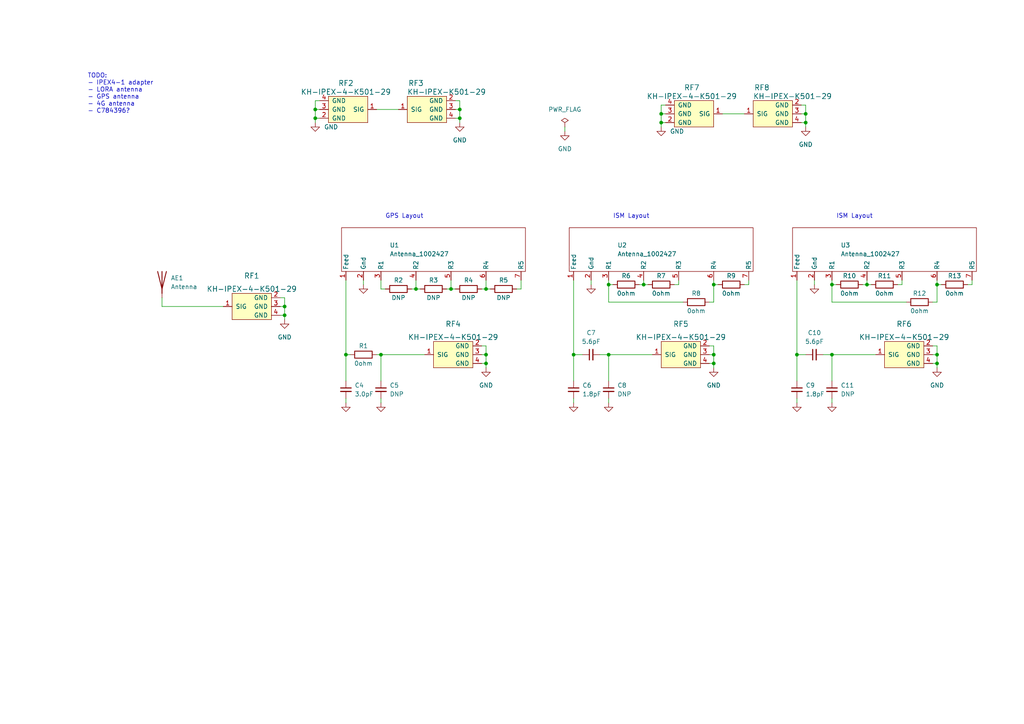
<source format=kicad_sch>
(kicad_sch (version 20211123) (generator eeschema)
  (paper "A4")
  (lib_symbols
    (symbol "Device:Antenna" (pin_numbers hide) (pin_names (offset 1.016) hide)
      (property "Reference" "AE" (at -1.905 1.905 0))
      (property "Value" "Antenna" (at -1.905 0 0))
      (symbol "Antenna_0_1"
        (polyline (pts (xy 0 2.54) (xy 0 -3.81)) (stroke (width 0.254)))
        (polyline (pts (xy 1.27 2.54) (xy 0 -2.54) (xy -1.27 2.54)) (stroke (width 0.254)))
      )
      (symbol "Antenna_1_1"
        (pin input line (at 0 -5.08 90) (length 2.54) (name "A") (number "1"))
      )
    )
    (symbol "Device:C_Small" (pin_numbers hide) (pin_names (offset 0.254) hide)
      (property "Reference" "C" (at 0.254 1.778 0))
      (property "Value" "C_Small" (at 0.254 -2.032 0))
      (symbol "C_Small_0_1"
        (polyline (pts (xy -1.524 -0.508) (xy 1.524 -0.508)) (stroke (width 0.3302)))
        (polyline (pts (xy -1.524 0.508) (xy 1.524 0.508)) (stroke (width 0.3048)))
      )
      (symbol "C_Small_1_1"
        (pin passive line (at 0 2.54 270) (length 2.032) (name "~") (number "1"))
        (pin passive line (at 0 -2.54 90) (length 2.032) (name "~") (number "2"))
      )
    )
    (symbol "Device:R" (pin_numbers hide) (pin_names (offset 0))
      (property "Reference" "R" (at 2.032 0 90))
      (property "Value" "R" (at 0 0 90))
      (symbol "R_0_1"
        (rectangle (start -1.016 -2.54) (end 1.016 2.54) (stroke (width 0.254)))
      )
      (symbol "R_1_1"
        (pin passive line (at 0 3.81 270) (length 1.27) (name "~") (number "1"))
        (pin passive line (at 0 -3.81 90) (length 1.27) (name "~") (number "2"))
      )
    )
    (symbol "KH-IPEX-4-K501-29_1" (pin_names (offset 1.016))
      (property "Reference" "RF?" (at 0 17.78 0))
      (property "Value" "KH-IPEX-4-K501-29_1" (at 0 -12.7 0))
      (symbol "KH-IPEX-4-K501-29_1_1_1"
        (rectangle (start -6.35 3.81) (end 5.08 -3.81) (fill (type background)))
        (pin passive line (at -8.89 0 0) (length 2.54) (name "SIG") (number "1"))
        (pin passive line (at 7.62 2.54 180) (length 2.54) (name "GND") (number "2"))
        (pin passive line (at 7.62 0 180) (length 2.54) (name "GND") (number "3"))
        (pin passive line (at 7.62 -2.54 180) (length 2.54) (name "GND") (number "4"))
      )
    )
    (symbol "KH-IPEX-4-K501-29_2" (pin_names (offset 1.016))
      (property "Reference" "RF?" (at 0 17.78 0))
      (property "Value" "KH-IPEX-4-K501-29_2" (at 0 -12.7 0))
      (symbol "KH-IPEX-4-K501-29_2_1_1"
        (rectangle (start -6.35 3.81) (end 5.08 -3.81) (fill (type background)))
        (pin passive line (at -8.89 0 0) (length 2.54) (name "SIG") (number "1"))
        (pin passive line (at 7.62 2.54 180) (length 2.54) (name "GND") (number "2"))
        (pin passive line (at 7.62 0 180) (length 2.54) (name "GND") (number "3"))
        (pin passive line (at 7.62 -2.54 180) (length 2.54) (name "GND") (number "4"))
      )
    )
    (symbol "KH-IPEX-4-K501-29_3" (pin_names (offset 1.016))
      (property "Reference" "RF?" (at 0 17.78 0))
      (property "Value" "KH-IPEX-4-K501-29_3" (at 0 -12.7 0))
      (symbol "KH-IPEX-4-K501-29_3_1_1"
        (rectangle (start -6.35 3.81) (end 5.08 -3.81) (fill (type background)))
        (pin passive line (at -8.89 0 0) (length 2.54) (name "SIG") (number "1"))
        (pin passive line (at 7.62 2.54 180) (length 2.54) (name "GND") (number "2"))
        (pin passive line (at 7.62 0 180) (length 2.54) (name "GND") (number "3"))
        (pin passive line (at 7.62 -2.54 180) (length 2.54) (name "GND") (number "4"))
      )
    )
    (symbol "KH-IPEX-4-K501-29_4" (pin_names (offset 1.016))
      (property "Reference" "RF?" (at 0 17.78 0))
      (property "Value" "KH-IPEX-4-K501-29_4" (at 0 -12.7 0))
      (symbol "KH-IPEX-4-K501-29_4_1_1"
        (rectangle (start -6.35 3.81) (end 5.08 -3.81) (fill (type background)))
        (pin passive line (at -8.89 0 0) (length 2.54) (name "SIG") (number "1"))
        (pin passive line (at 7.62 2.54 180) (length 2.54) (name "GND") (number "2"))
        (pin passive line (at 7.62 0 180) (length 2.54) (name "GND") (number "3"))
        (pin passive line (at 7.62 -2.54 180) (length 2.54) (name "GND") (number "4"))
      )
    )
    (symbol "cacophony-symbols:Antenna_1002427"
      (property "Reference" "U" (at 0 11.43 0))
      (property "Value" "Antenna_1002427" (at 0 8.89 0))
      (symbol "Antenna_1002427_0_1"
        (rectangle (start -6.35 6.35) (end 46.99 -6.35))
      )
      (symbol "Antenna_1002427_1_1"
        (pin passive line (at -5.08 -8.89 90) (length 2.54) (name "Feed") (number "1"))
        (pin passive line (at 0 -8.89 90) (length 2.54) (name "Gnd") (number "2"))
        (pin passive line (at 5.08 -8.89 90) (length 2.54) (name "R1") (number "3"))
        (pin passive line (at 15.24 -8.89 90) (length 2.54) (name "R2") (number "4"))
        (pin passive line (at 25.4 -8.89 90) (length 2.54) (name "R3") (number "5"))
        (pin passive line (at 35.56 -8.89 90) (length 2.54) (name "R4") (number "6"))
        (pin passive line (at 45.72 -8.89 90) (length 2.54) (name "R5") (number "7"))
      )
    )
    (symbol "cacophony-symbols:KH-IPEX-4-K501-29" (pin_names (offset 1.016))
      (property "Reference" "RF?" (at 0 17.78 0))
      (property "Value" "KH-IPEX-4-K501-29" (at 0 -12.7 0))
      (symbol "KH-IPEX-4-K501-29_1_1"
        (rectangle (start -6.35 3.81) (end 5.08 -3.81) (fill (type background)))
        (pin passive line (at -8.89 0 0) (length 2.54) (name "SIG") (number "1"))
        (pin passive line (at 7.62 2.54 180) (length 2.54) (name "GND") (number "2"))
        (pin passive line (at 7.62 0 180) (length 2.54) (name "GND") (number "3"))
        (pin passive line (at 7.62 -2.54 180) (length 2.54) (name "GND") (number "4"))
      )
    )
    (symbol "cacophony-symbols:KH-IPEX-K501-29" (pin_names (offset 1.016))
      (property "Reference" "RF?" (at 0 17.78 0))
      (property "Value" "KH-IPEX-K501-29" (at 0 -12.7 0))
      (symbol "KH-IPEX-K501-29_1_1"
        (rectangle (start -6.35 3.81) (end 5.08 -3.81) (fill (type background)))
        (pin passive line (at -8.89 0 0) (length 2.54) (name "SIG") (number "1"))
        (pin passive line (at 7.62 2.54 180) (length 2.54) (name "GND") (number "2"))
        (pin passive line (at 7.62 0 180) (length 2.54) (name "GND") (number "3"))
        (pin passive line (at 7.62 -2.54 180) (length 2.54) (name "GND") (number "4"))
      )
    )
    (symbol "power:GND" (power) (pin_names (offset 0))
      (property "Value" "GND" (at 0 -3.81 0))
      (symbol "GND_0_1"
        (polyline (pts (xy 0 0) (xy 0 -1.27) (xy 1.27 -1.27) (xy 0 -2.54) (xy -1.27 -1.27) (xy 0 -1.27)))
      )
      (symbol "GND_1_1"
        (pin power_in line (at 0 0 270) (length 0) hide (name "GND") (number "1"))
      )
    )
    (symbol "power:PWR_FLAG" (power) (pin_numbers hide) (pin_names (offset 0) hide)
      (property "Value" "PWR_FLAG" (at 0 3.81 0))
      (symbol "PWR_FLAG_0_0"
        (pin power_out line (at 0 0 90) (length 0) (name "pwr") (number "1"))
      )
      (symbol "PWR_FLAG_0_1"
        (polyline (pts (xy 0 0) (xy 0 1.27) (xy -1.016 1.905) (xy 0 2.54) (xy 1.016 1.905) (xy 0 1.27)))
      )
    )
  )
  (junction (at 241.3 102.87))
  (junction (at 133.35 31.75))
  (junction (at 110.49 102.87))
  (junction (at 120.65 83.82))
  (junction (at 207.01 82.55))
  (junction (at 271.78 105.41))
  (junction (at 191.77 35.56))
  (junction (at 91.44 31.75))
  (junction (at 176.53 82.55))
  (junction (at 251.46 82.55))
  (junction (at 133.35 34.29))
  (junction (at 207.01 102.87))
  (junction (at 91.44 34.29))
  (junction (at 82.55 88.9))
  (junction (at 231.14 102.87))
  (junction (at 233.68 33.02))
  (junction (at 271.78 102.87))
  (junction (at 100.33 102.87))
  (junction (at 140.97 105.41))
  (junction (at 271.78 82.55))
  (junction (at 82.55 91.44))
  (junction (at 176.53 102.87))
  (junction (at 140.97 83.82))
  (junction (at 166.37 102.87))
  (junction (at 140.97 102.87))
  (junction (at 186.69 82.55))
  (junction (at 241.3 82.55))
  (junction (at 233.68 35.56))
  (junction (at 207.01 105.41))
  (junction (at 130.81 83.82))
  (junction (at 191.77 33.02))
  (wire (pts (xy 241.3 87.63) (xy 241.3 82.55)))
  (wire (pts (xy 207.01 100.33) (xy 205.74 100.33)))
  (wire (pts (xy 109.22 102.87) (xy 110.49 102.87)))
  (wire (pts (xy 191.77 33.02) (xy 193.04 33.02)))
  (wire (pts (xy 140.97 105.41) (xy 140.97 102.87)))
  (wire (pts (xy 105.41 81.28) (xy 105.41 82.55)))
  (wire (pts (xy 186.69 82.55) (xy 187.96 82.55)))
  (wire (pts (xy 110.49 102.87) (xy 110.49 110.49)))
  (wire (pts (xy 271.78 81.28) (xy 271.78 82.55)))
  (wire (pts (xy 271.78 102.87) (xy 270.51 102.87)))
  (wire (pts (xy 209.55 33.02) (xy 215.9 33.02)))
  (wire (pts (xy 241.3 115.57) (xy 241.3 116.84)))
  (wire (pts (xy 82.55 91.44) (xy 82.55 88.9)))
  (wire (pts (xy 271.78 105.41) (xy 270.51 105.41)))
  (wire (pts (xy 241.3 102.87) (xy 254 102.87)))
  (wire (pts (xy 140.97 106.68) (xy 140.97 105.41)))
  (wire (pts (xy 91.44 31.75) (xy 91.44 34.29)))
  (wire (pts (xy 82.55 88.9) (xy 81.28 88.9)))
  (wire (pts (xy 140.97 83.82) (xy 142.24 83.82)))
  (wire (pts (xy 82.55 92.71) (xy 82.55 91.44)))
  (wire (pts (xy 166.37 102.87) (xy 166.37 110.49)))
  (wire (pts (xy 140.97 105.41) (xy 139.7 105.41)))
  (wire (pts (xy 271.78 82.55) (xy 271.78 87.63)))
  (wire (pts (xy 176.53 82.55) (xy 176.53 81.28)))
  (wire (pts (xy 261.62 81.28) (xy 261.62 82.55)))
  (wire (pts (xy 140.97 100.33) (xy 139.7 100.33)))
  (wire (pts (xy 281.94 82.55) (xy 280.67 82.55)))
  (wire (pts (xy 207.01 102.87) (xy 207.01 100.33)))
  (wire (pts (xy 133.35 31.75) (xy 132.08 31.75)))
  (wire (pts (xy 120.65 83.82) (xy 121.92 83.82)))
  (wire (pts (xy 133.35 31.75) (xy 133.35 29.21)))
  (wire (pts (xy 271.78 82.55) (xy 273.05 82.55)))
  (wire (pts (xy 133.35 29.21) (xy 132.08 29.21)))
  (wire (pts (xy 120.65 81.28) (xy 120.65 83.82)))
  (wire (pts (xy 233.68 33.02) (xy 232.41 33.02)))
  (wire (pts (xy 151.13 83.82) (xy 151.13 81.28)))
  (wire (pts (xy 91.44 29.21) (xy 92.71 29.21)))
  (wire (pts (xy 140.97 102.87) (xy 140.97 100.33)))
  (wire (pts (xy 205.74 87.63) (xy 207.01 87.63)))
  (wire (pts (xy 100.33 102.87) (xy 100.33 110.49)))
  (wire (pts (xy 110.49 81.28) (xy 110.49 83.82)))
  (wire (pts (xy 91.44 34.29) (xy 92.71 34.29)))
  (wire (pts (xy 133.35 34.29) (xy 132.08 34.29)))
  (wire (pts (xy 242.57 82.55) (xy 241.3 82.55)))
  (wire (pts (xy 207.01 105.41) (xy 207.01 102.87)))
  (wire (pts (xy 271.78 102.87) (xy 271.78 100.33)))
  (wire (pts (xy 111.76 83.82) (xy 110.49 83.82)))
  (wire (pts (xy 163.83 36.83) (xy 163.83 38.1)))
  (wire (pts (xy 166.37 102.87) (xy 168.91 102.87)))
  (wire (pts (xy 191.77 33.02) (xy 191.77 35.56)))
  (wire (pts (xy 191.77 30.48) (xy 193.04 30.48)))
  (wire (pts (xy 233.68 30.48) (xy 232.41 30.48)))
  (wire (pts (xy 177.8 82.55) (xy 176.53 82.55)))
  (wire (pts (xy 217.17 81.28) (xy 217.17 82.55)))
  (wire (pts (xy 231.14 102.87) (xy 231.14 110.49)))
  (wire (pts (xy 207.01 81.28) (xy 207.01 82.55)))
  (wire (pts (xy 100.33 102.87) (xy 101.6 102.87)))
  (wire (pts (xy 231.14 81.28) (xy 231.14 102.87)))
  (wire (pts (xy 129.54 83.82) (xy 130.81 83.82)))
  (wire (pts (xy 196.85 81.28) (xy 196.85 82.55)))
  (wire (pts (xy 100.33 115.57) (xy 100.33 116.84)))
  (wire (pts (xy 91.44 34.29) (xy 91.44 35.56)))
  (wire (pts (xy 207.01 82.55) (xy 207.01 87.63)))
  (wire (pts (xy 171.45 81.28) (xy 171.45 82.55)))
  (wire (pts (xy 207.01 82.55) (xy 208.28 82.55)))
  (wire (pts (xy 231.14 115.57) (xy 231.14 116.84)))
  (wire (pts (xy 139.7 83.82) (xy 140.97 83.82)))
  (wire (pts (xy 64.77 88.9) (xy 46.99 88.9)))
  (wire (pts (xy 82.55 88.9) (xy 82.55 86.36)))
  (wire (pts (xy 233.68 35.56) (xy 233.68 33.02)))
  (wire (pts (xy 110.49 115.57) (xy 110.49 116.84)))
  (wire (pts (xy 198.12 87.63) (xy 176.53 87.63)))
  (wire (pts (xy 185.42 82.55) (xy 186.69 82.55)))
  (wire (pts (xy 262.89 87.63) (xy 241.3 87.63)))
  (wire (pts (xy 140.97 102.87) (xy 139.7 102.87)))
  (wire (pts (xy 281.94 81.28) (xy 281.94 82.55)))
  (wire (pts (xy 186.69 81.28) (xy 186.69 82.55)))
  (wire (pts (xy 250.19 82.55) (xy 251.46 82.55)))
  (wire (pts (xy 271.78 105.41) (xy 271.78 102.87)))
  (wire (pts (xy 140.97 81.28) (xy 140.97 83.82)))
  (wire (pts (xy 119.38 83.82) (xy 120.65 83.82)))
  (wire (pts (xy 271.78 106.68) (xy 271.78 105.41)))
  (wire (pts (xy 241.3 102.87) (xy 241.3 110.49)))
  (wire (pts (xy 195.58 82.55) (xy 196.85 82.55)))
  (wire (pts (xy 251.46 82.55) (xy 252.73 82.55)))
  (wire (pts (xy 46.99 88.9) (xy 46.99 86.36)))
  (wire (pts (xy 82.55 86.36) (xy 81.28 86.36)))
  (wire (pts (xy 260.35 82.55) (xy 261.62 82.55)))
  (wire (pts (xy 130.81 81.28) (xy 130.81 83.82)))
  (wire (pts (xy 173.99 102.87) (xy 176.53 102.87)))
  (wire (pts (xy 191.77 35.56) (xy 193.04 35.56)))
  (wire (pts (xy 233.68 36.83) (xy 233.68 35.56)))
  (wire (pts (xy 251.46 81.28) (xy 251.46 82.55)))
  (wire (pts (xy 241.3 82.55) (xy 241.3 81.28)))
  (wire (pts (xy 233.68 33.02) (xy 233.68 30.48)))
  (wire (pts (xy 176.53 115.57) (xy 176.53 116.84)))
  (wire (pts (xy 110.49 102.87) (xy 123.19 102.87)))
  (wire (pts (xy 166.37 81.28) (xy 166.37 102.87)))
  (wire (pts (xy 233.68 35.56) (xy 232.41 35.56)))
  (wire (pts (xy 238.76 102.87) (xy 241.3 102.87)))
  (wire (pts (xy 133.35 34.29) (xy 133.35 31.75)))
  (wire (pts (xy 207.01 105.41) (xy 205.74 105.41)))
  (wire (pts (xy 130.81 83.82) (xy 132.08 83.82)))
  (wire (pts (xy 191.77 30.48) (xy 191.77 33.02)))
  (wire (pts (xy 100.33 81.28) (xy 100.33 102.87)))
  (wire (pts (xy 166.37 115.57) (xy 166.37 116.84)))
  (wire (pts (xy 91.44 29.21) (xy 91.44 31.75)))
  (wire (pts (xy 133.35 35.56) (xy 133.35 34.29)))
  (wire (pts (xy 176.53 87.63) (xy 176.53 82.55)))
  (wire (pts (xy 231.14 102.87) (xy 233.68 102.87)))
  (wire (pts (xy 109.22 31.75) (xy 115.57 31.75)))
  (wire (pts (xy 207.01 106.68) (xy 207.01 105.41)))
  (wire (pts (xy 207.01 102.87) (xy 205.74 102.87)))
  (wire (pts (xy 191.77 35.56) (xy 191.77 36.83)))
  (wire (pts (xy 176.53 102.87) (xy 189.23 102.87)))
  (wire (pts (xy 91.44 31.75) (xy 92.71 31.75)))
  (wire (pts (xy 82.55 91.44) (xy 81.28 91.44)))
  (wire (pts (xy 270.51 87.63) (xy 271.78 87.63)))
  (wire (pts (xy 176.53 102.87) (xy 176.53 110.49)))
  (wire (pts (xy 271.78 100.33) (xy 270.51 100.33)))
  (wire (pts (xy 149.86 83.82) (xy 151.13 83.82)))
  (wire (pts (xy 217.17 82.55) (xy 215.9 82.55)))
  (wire (pts (xy 236.22 81.28) (xy 236.22 82.55)))
  (text "ISM Layout" (at 177.8 63.5 0) (effects (font (size 1.27 1.27)) (justify left bottom)))
  (text "ISM Layout" (at 242.57 63.5 0) (effects (font (size 1.27 1.27)) (justify left bottom)))
  (text "GPS Layout" (at 111.76 63.5 0) (effects (font (size 1.27 1.27)) (justify left bottom)))
  (text "TODO:\n- IPEX4-1 adapter\n- LORA antenna\n- GPS antenna\n- 4G antenna\n- C784396?\n" (at 25.4 33.02 0) (effects (font (size 1.27 1.27)) (justify left bottom)))
  (symbol (lib_id "Device:R") (at 135.89 83.82 90) (unit 1)
    (property "Reference" "R4" (at 135.89 81.28 90))
    (property "Value" "DNP" (at 135.89 86.36 90))
    (property "Footprint" "Resistor_SMD:R_0402_1005Metric" (effects hide))
  )
  (symbol (lib_id "power:GND") (at 100.33 116.84 0) (unit 1)
    (property "Reference" "#PWR0105" (effects hide))
    (property "Value" "GND" (effects hide))
  )
  (symbol (lib_name "KH-IPEX-4-K501-29_1") (lib_id "cacophony-symbols:KH-IPEX-4-K501-29") (at 200.66 33.02 180) (unit 1)
    (property "Reference" "RF7" (at 200.66 25.4 0) (effects (font (size 1.524 1.524))))
    (property "Value" "KH-IPEX-4-K501-29" (at 200.66 27.94 0) (effects (font (size 1.524 1.524))))
    (property "Footprint" "cacophony-footprints:IPEX4-SMD_4P-L1.8-W1.7-LS2.0-L_KH-IPEX4-2020" (effects hide))
    (property "Datasheet" "https://lcsc.com/product-detail/RF-Connectors-Coaxial-Connectors_Shenzhen-Kinghelm-Elec-KH-IPEX-K501-29_C411563.html" (effects hide))
    (property "Manufacturer" "Shenzhen Kinghelm Elec" (effects hide))
    (property "LCSC" "C530666" (effects hide))
    (property "JLC Part" "Extended Part" (effects hide))
  )
  (symbol (lib_id "Device:R") (at 266.7 87.63 90) (unit 1)
    (property "Reference" "R12" (at 266.7 85.09 90))
    (property "Value" "0ohm" (at 266.7 90.17 90))
    (property "Footprint" "Resistor_SMD:R_0402_1005Metric" (effects hide))
    (property "LCSC" "C17168" (effects hide))
  )
  (symbol (lib_id "Device:C_Small") (at 236.22 102.87 90) (unit 1)
    (property "Reference" "C10" (at 236.2263 96.52 90))
    (property "Value" "5.6pF" (at 236.2263 99.06 90))
    (property "Footprint" "Capacitor_SMD:C_0402_1005Metric" (effects hide))
    (property "LCSC" "C384671" (effects hide))
  )
  (symbol (lib_id "power:GND") (at 91.44 35.56 0) (unit 1)
    (property "Reference" "#PWR0115" (effects hide))
    (property "Value" "GND" (at 93.98 36.8299 0) (effects (justify left)))
  )
  (symbol (lib_id "cacophony-symbols:Antenna_1002427") (at 171.45 72.39 0) (unit 1)
    (property "Reference" "U2" (at 179.07 71.1199 0) (effects (justify left)))
    (property "Value" "Antenna_1002427" (at 179.07 73.6599 0) (effects (justify left)))
    (property "Footprint" "cacophony-footprints:ANTENNA_1002427_ISM" (effects hide))
    (property "Datasheet" "https://www.kyocera-avx.com/docs/techinfo/ApplicationNotes/Antenna-AppNotes/AVX-E_AppNote-1002427.pdf" (effects hide))
  )
  (symbol (lib_id "power:GND") (at 171.45 82.55 0) (unit 1)
    (property "Reference" "#PWR0103" (effects hide))
    (property "Value" "GND" (effects hide))
  )
  (symbol (lib_id "power:GND") (at 133.35 35.56 0) (unit 1)
    (property "Reference" "#PWR0114" (effects hide))
    (property "Value" "GND" (at 133.35 40.64 0))
  )
  (symbol (lib_id "Device:R") (at 181.61 82.55 90) (unit 1)
    (property "Reference" "R6" (at 181.61 80.01 90))
    (property "Value" "0ohm" (at 181.61 85.09 90))
    (property "Footprint" "Resistor_SMD:R_0402_1005Metric" (effects hide))
    (property "LCSC" "C17168" (effects hide))
  )
  (symbol (lib_id "power:GND") (at 163.83 38.1 0) (unit 1)
    (property "Reference" "#PWR0116" (effects hide))
    (property "Value" "GND" (at 163.83 43.18 0))
  )
  (symbol (lib_id "Device:C_Small") (at 231.14 113.03 0) (unit 1)
    (property "Reference" "C9" (at 233.68 111.7662 0) (effects (justify left)))
    (property "Value" "1.8pF" (at 233.68 114.3062 0) (effects (justify left)))
    (property "Footprint" "Capacitor_SMD:C_0402_1005Metric" (effects hide))
    (property "LCSC" "C76903" (effects hide))
  )
  (symbol (lib_name "KH-IPEX-4-K501-29_4") (lib_id "cacophony-symbols:KH-IPEX-4-K501-29") (at 198.12 102.87 0) (unit 1)
    (property "Reference" "RF5" (at 197.485 93.98 0) (effects (font (size 1.524 1.524))))
    (property "Value" "KH-IPEX-4-K501-29" (at 197.485 97.79 0) (effects (font (size 1.524 1.524))))
    (property "Footprint" "cacophony-footprints:IPEX4-SMD_4P-L1.8-W1.7-LS2.0-L_KH-IPEX4-2020" (effects hide))
    (property "Datasheet" "https://lcsc.com/product-detail/RF-Connectors-Coaxial-Connectors_Shenzhen-Kinghelm-Elec-KH-IPEX-K501-29_C411563.html" (effects hide))
    (property "Manufacturer" "Shenzhen Kinghelm Elec" (effects hide))
    (property "LCSC" "C530666" (effects hide))
    (property "JLC Part" "Extended Part" (effects hide))
  )
  (symbol (lib_id "power:GND") (at 231.14 116.84 0) (unit 1)
    (property "Reference" "#PWR0110" (effects hide))
    (property "Value" "GND" (effects hide))
  )
  (symbol (lib_id "Device:C_Small") (at 166.37 113.03 0) (unit 1)
    (property "Reference" "C6" (at 168.91 111.7662 0) (effects (justify left)))
    (property "Value" "1.8pF" (at 168.91 114.3062 0) (effects (justify left)))
    (property "Footprint" "Capacitor_SMD:C_0402_1005Metric" (effects hide))
    (property "LCSC" "C76903" (effects hide))
  )
  (symbol (lib_id "power:GND") (at 176.53 116.84 0) (unit 1)
    (property "Reference" "#PWR0101" (effects hide))
    (property "Value" "GND" (effects hide))
  )
  (symbol (lib_id "power:GND") (at 233.68 36.83 0) (unit 1)
    (property "Reference" "#PWR0117" (effects hide))
    (property "Value" "GND" (at 233.68 41.91 0))
  )
  (symbol (lib_id "power:GND") (at 236.22 82.55 0) (unit 1)
    (property "Reference" "#PWR0109" (effects hide))
    (property "Value" "GND" (effects hide))
  )
  (symbol (lib_id "power:GND") (at 166.37 116.84 0) (unit 1)
    (property "Reference" "#PWR0102" (effects hide))
    (property "Value" "GND" (effects hide))
  )
  (symbol (lib_id "cacophony-symbols:KH-IPEX-K501-29") (at 224.79 33.02 0) (unit 1)
    (property "Reference" "RF8" (at 220.98 25.4 0) (effects (font (size 1.524 1.524))))
    (property "Value" "KH-IPEX-K501-29" (at 229.87 27.94 0) (effects (font (size 1.524 1.524))))
    (property "Footprint" "cacophony-footprints:ANT-SMD_KH-IPEX-K501-29" (effects hide))
    (property "Datasheet" "https://lcsc.com/product-detail/RF-Connectors-Coaxial-Connectors_Shenzhen-Kinghelm-Elec-KH-IPEX-K501-29_C411563.html" (effects hide))
    (property "Manufacturer" "Shenzhen Kinghelm Elec" (effects hide))
    (property "LCSC" "C411563" (effects hide))
    (property "JLC Part" "Extended Part" (effects hide))
  )
  (symbol (lib_id "Device:R") (at 146.05 83.82 90) (unit 1)
    (property "Reference" "R5" (at 146.05 81.28 90))
    (property "Value" "DNP" (at 146.05 86.36 90))
    (property "Footprint" "Resistor_SMD:R_0402_1005Metric" (effects hide))
  )
  (symbol (lib_id "Device:R") (at 276.86 82.55 90) (unit 1)
    (property "Reference" "R13" (at 276.86 80.01 90))
    (property "Value" "0ohm" (at 276.86 85.09 90))
    (property "Footprint" "Resistor_SMD:R_0402_1005Metric" (effects hide))
    (property "LCSC" "C17168" (effects hide))
  )
  (symbol (lib_id "Device:C_Small") (at 241.3 113.03 0) (unit 1)
    (property "Reference" "C11" (at 243.84 111.7662 0) (effects (justify left)))
    (property "Value" "DNP" (at 243.84 114.3062 0) (effects (justify left)))
    (property "Footprint" "Capacitor_SMD:C_0402_1005Metric" (effects hide))
    (property "LCSC" "C76903" (effects hide))
  )
  (symbol (lib_id "Device:R") (at 105.41 102.87 90) (unit 1)
    (property "Reference" "R1" (at 105.41 100.33 90))
    (property "Value" "0ohm" (at 105.41 105.41 90))
    (property "Footprint" "Resistor_SMD:R_0402_1005Metric" (effects hide))
    (property "LCSC" "C17168" (effects hide))
  )
  (symbol (lib_id "Device:C_Small") (at 171.45 102.87 90) (unit 1)
    (property "Reference" "C7" (at 171.4563 96.52 90))
    (property "Value" "5.6pF" (at 171.4563 99.06 90))
    (property "Footprint" "Capacitor_SMD:C_0402_1005Metric" (effects hide))
    (property "LCSC" "C384671" (effects hide))
  )
  (symbol (lib_id "Device:C_Small") (at 100.33 113.03 0) (unit 1)
    (property "Reference" "C4" (at 102.87 111.7662 0) (effects (justify left)))
    (property "Value" "3.0pF" (at 102.87 114.3062 0) (effects (justify left)))
    (property "Footprint" "Capacitor_SMD:C_0402_1005Metric" (effects hide))
    (property "LCSC" "C318583" (effects hide))
  )
  (symbol (lib_id "Device:R") (at 191.77 82.55 90) (unit 1)
    (property "Reference" "R7" (at 191.77 80.01 90))
    (property "Value" "0ohm" (at 191.77 85.09 90))
    (property "Footprint" "Resistor_SMD:R_0402_1005Metric" (effects hide))
    (property "LCSC" "C17168" (effects hide))
  )
  (symbol (lib_id "cacophony-symbols:KH-IPEX-4-K501-29") (at 262.89 102.87 0) (unit 1)
    (property "Reference" "RF6" (at 262.255 93.98 0) (effects (font (size 1.524 1.524))))
    (property "Value" "KH-IPEX-4-K501-29" (at 262.255 97.79 0) (effects (font (size 1.524 1.524))))
    (property "Footprint" "cacophony-footprints:IPEX4-SMD_4P-L1.8-W1.7-LS2.0-L_KH-IPEX4-2020" (effects hide))
    (property "Datasheet" "https://lcsc.com/product-detail/RF-Connectors-Coaxial-Connectors_Shenzhen-Kinghelm-Elec-KH-IPEX-K501-29_C411563.html" (effects hide))
    (property "Manufacturer" "Shenzhen Kinghelm Elec" (effects hide))
    (property "LCSC" "C530666" (effects hide))
    (property "JLC Part" "Extended Part" (effects hide))
  )
  (symbol (lib_id "Device:C_Small") (at 110.49 113.03 0) (unit 1)
    (property "Reference" "C5" (at 113.03 111.7662 0) (effects (justify left)))
    (property "Value" "DNP" (at 113.03 114.3062 0) (effects (justify left)))
    (property "Footprint" "Capacitor_SMD:C_0402_1005Metric" (effects hide))
    (property "LCSC" "C76903" (effects hide))
  )
  (symbol (lib_name "KH-IPEX-4-K501-29_3") (lib_id "cacophony-symbols:KH-IPEX-4-K501-29") (at 132.08 102.87 0) (unit 1)
    (property "Reference" "RF4" (at 131.445 93.98 0) (effects (font (size 1.524 1.524))))
    (property "Value" "KH-IPEX-4-K501-29" (at 131.445 97.79 0) (effects (font (size 1.524 1.524))))
    (property "Footprint" "cacophony-footprints:IPEX4-SMD_4P-L1.8-W1.7-LS2.0-L_KH-IPEX4-2020" (effects hide))
    (property "Datasheet" "https://lcsc.com/product-detail/RF-Connectors-Coaxial-Connectors_Shenzhen-Kinghelm-Elec-KH-IPEX-K501-29_C411563.html" (effects hide))
    (property "Manufacturer" "Shenzhen Kinghelm Elec" (effects hide))
    (property "LCSC" "C530666" (effects hide))
    (property "JLC Part" "Extended Part" (effects hide))
  )
  (symbol (lib_id "Device:R") (at 256.54 82.55 90) (unit 1)
    (property "Reference" "R11" (at 256.54 80.01 90))
    (property "Value" "0ohm" (at 256.54 85.09 90))
    (property "Footprint" "Resistor_SMD:R_0402_1005Metric" (effects hide))
    (property "LCSC" "C17168" (effects hide))
  )
  (symbol (lib_id "Device:R") (at 246.38 82.55 90) (unit 1)
    (property "Reference" "R10" (at 246.38 80.01 90))
    (property "Value" "0ohm" (at 246.38 85.09 90))
    (property "Footprint" "Resistor_SMD:R_0402_1005Metric" (effects hide))
    (property "LCSC" "C17168" (effects hide))
  )
  (symbol (lib_id "cacophony-symbols:Antenna_1002427") (at 105.41 72.39 0) (unit 1)
    (property "Reference" "U1" (at 113.03 71.1199 0) (effects (justify left)))
    (property "Value" "Antenna_1002427" (at 113.03 73.6599 0) (effects (justify left)))
    (property "Footprint" "cacophony-footprints:ANTENNA_1002427_GPS" (effects hide))
    (property "Datasheet" "https://www.kyocera-avx.com/docs/techinfo/ApplicationNotes/Antenna-AppNotes/AVX-E_AppNote-1002427.pdf" (effects hide))
  )
  (symbol (lib_id "power:GND") (at 105.41 82.55 0) (unit 1)
    (property "Reference" "#PWR0104" (effects hide))
    (property "Value" "GND" (effects hide))
  )
  (symbol (lib_name "KH-IPEX-4-K501-29_2") (lib_id "cacophony-symbols:KH-IPEX-4-K501-29") (at 73.66 88.9 0) (unit 1)
    (property "Reference" "RF1" (at 73.025 80.01 0) (effects (font (size 1.524 1.524))))
    (property "Value" "KH-IPEX-4-K501-29" (at 73.025 83.82 0) (effects (font (size 1.524 1.524))))
    (property "Footprint" "cacophony-footprints:IPEX4-SMD_4P-L1.8-W1.7-LS2.0-L_KH-IPEX4-2020" (effects hide))
    (property "Datasheet" "https://lcsc.com/product-detail/RF-Connectors-Coaxial-Connectors_Shenzhen-Kinghelm-Elec-KH-IPEX-K501-29_C411563.html" (effects hide))
    (property "Manufacturer" "Shenzhen Kinghelm Elec" (effects hide))
    (property "LCSC" "C530666" (effects hide))
    (property "JLC Part" "Extended Part" (effects hide))
  )
  (symbol (lib_id "power:GND") (at 241.3 116.84 0) (unit 1)
    (property "Reference" "#PWR0111" (effects hide))
    (property "Value" "GND" (effects hide))
  )
  (symbol (lib_id "power:GND") (at 207.01 106.68 0) (unit 1)
    (property "Reference" "#PWR0108" (effects hide))
    (property "Value" "GND" (at 207.01 111.76 0))
  )
  (symbol (lib_name "KH-IPEX-4-K501-29_1") (lib_id "cacophony-symbols:KH-IPEX-4-K501-29") (at 100.33 31.75 180) (unit 1)
    (property "Reference" "RF2" (at 100.33 24.13 0) (effects (font (size 1.524 1.524))))
    (property "Value" "KH-IPEX-4-K501-29" (at 100.33 26.67 0) (effects (font (size 1.524 1.524))))
    (property "Footprint" "cacophony-footprints:IPEX4-SMD_4P-L1.8-W1.7-LS2.0-L_KH-IPEX4-2020" (effects hide))
    (property "Datasheet" "https://lcsc.com/product-detail/RF-Connectors-Coaxial-Connectors_Shenzhen-Kinghelm-Elec-KH-IPEX-K501-29_C411563.html" (effects hide))
    (property "Manufacturer" "Shenzhen Kinghelm Elec" (effects hide))
    (property "LCSC" "C530666" (effects hide))
    (property "JLC Part" "Extended Part" (effects hide))
  )
  (symbol (lib_id "power:GND") (at 271.78 106.68 0) (unit 1)
    (property "Reference" "#PWR0112" (effects hide))
    (property "Value" "GND" (at 271.78 111.76 0))
  )
  (symbol (lib_id "Device:Antenna") (at 46.99 81.28 0) (unit 1)
    (property "Reference" "AE1" (at 49.53 80.6449 0) (effects (justify left)))
    (property "Value" "Antenna" (at 49.53 83.1849 0) (effects (justify left)))
    (property "Footprint" "cacophony-footprints:ANT-8_9-PW-LPN" (effects hide))
  )
  (symbol (lib_id "power:GND") (at 140.97 106.68 0) (unit 1)
    (property "Reference" "#PWR0113" (effects hide))
    (property "Value" "GND" (at 140.97 111.76 0))
  )
  (symbol (lib_id "cacophony-symbols:KH-IPEX-K501-29") (at 124.46 31.75 0) (unit 1)
    (property "Reference" "RF3" (at 120.65 24.13 0) (effects (font (size 1.524 1.524))))
    (property "Value" "KH-IPEX-K501-29" (at 129.54 26.67 0) (effects (font (size 1.524 1.524))))
    (property "Footprint" "cacophony-footprints:ANT-SMD_KH-IPEX-K501-29" (effects hide))
    (property "Datasheet" "https://lcsc.com/product-detail/RF-Connectors-Coaxial-Connectors_Shenzhen-Kinghelm-Elec-KH-IPEX-K501-29_C411563.html" (effects hide))
    (property "Manufacturer" "Shenzhen Kinghelm Elec" (effects hide))
    (property "LCSC" "C411563" (effects hide))
    (property "JLC Part" "Extended Part" (effects hide))
  )
  (symbol (lib_id "Device:R") (at 201.93 87.63 90) (unit 1)
    (property "Reference" "R8" (at 201.93 85.09 90))
    (property "Value" "0ohm" (at 201.93 90.17 90))
    (property "Footprint" "Resistor_SMD:R_0402_1005Metric" (effects hide))
    (property "LCSC" "C17168" (effects hide))
  )
  (symbol (lib_id "Device:R") (at 212.09 82.55 90) (unit 1)
    (property "Reference" "R9" (at 212.09 80.01 90))
    (property "Value" "0ohm" (at 212.09 85.09 90))
    (property "Footprint" "Resistor_SMD:R_0402_1005Metric" (effects hide))
    (property "LCSC" "C17168" (effects hide))
  )
  (symbol (lib_id "power:GND") (at 82.55 92.71 0) (unit 1)
    (property "Reference" "#PWR0107" (effects hide))
    (property "Value" "GND" (at 82.55 97.79 0))
  )
  (symbol (lib_id "Device:C_Small") (at 176.53 113.03 0) (unit 1)
    (property "Reference" "C8" (at 179.07 111.7662 0) (effects (justify left)))
    (property "Value" "DNP" (at 179.07 114.3062 0) (effects (justify left)))
    (property "Footprint" "Capacitor_SMD:C_0402_1005Metric" (effects hide))
    (property "LCSC" "C76903" (effects hide))
  )
  (symbol (lib_id "Device:R") (at 115.57 83.82 90) (unit 1)
    (property "Reference" "R2" (at 115.57 81.28 90))
    (property "Value" "DNP" (at 115.57 86.36 90))
    (property "Footprint" "Resistor_SMD:R_0402_1005Metric" (effects hide))
  )
  (symbol (lib_id "cacophony-symbols:Antenna_1002427") (at 236.22 72.39 0) (unit 1)
    (property "Reference" "U3" (at 243.84 71.1199 0) (effects (justify left)))
    (property "Value" "Antenna_1002427" (at 243.84 73.6599 0) (effects (justify left)))
    (property "Footprint" "cacophony-footprints:ANTENNA_1002427_ISM" (effects hide))
    (property "Datasheet" "https://www.kyocera-avx.com/docs/techinfo/ApplicationNotes/Antenna-AppNotes/AVX-E_AppNote-1002427.pdf" (effects hide))
  )
  (symbol (lib_id "power:PWR_FLAG") (at 163.83 36.83 0) (unit 1)
    (property "Reference" "#FLG0101" (effects hide))
    (property "Value" "PWR_FLAG" (at 163.83 31.75 0))
  )
  (symbol (lib_id "Device:R") (at 125.73 83.82 90) (unit 1)
    (property "Reference" "R3" (at 125.73 81.28 90))
    (property "Value" "DNP" (at 125.73 86.36 90))
    (property "Footprint" "Resistor_SMD:R_0402_1005Metric" (effects hide))
  )
  (symbol (lib_id "power:GND") (at 110.49 116.84 0) (unit 1)
    (property "Reference" "#PWR0106" (effects hide))
    (property "Value" "GND" (effects hide))
  )
  (symbol (lib_id "power:GND") (at 191.77 36.83 0) (unit 1)
    (property "Reference" "#PWR0118" (effects hide))
    (property "Value" "GND" (at 194.31 38.0999 0) (effects (justify left)))
  )
)
</source>
